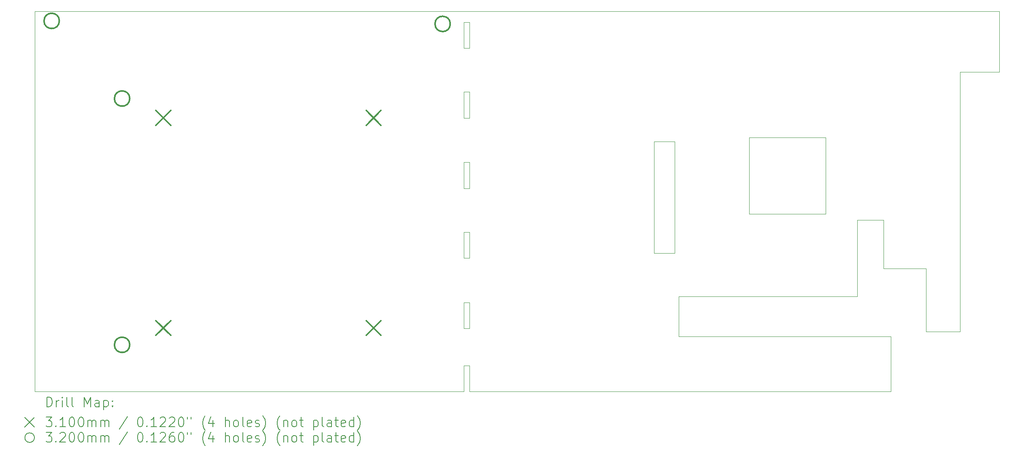
<source format=gbr>
%TF.GenerationSoftware,KiCad,Pcbnew,7.0.7*%
%TF.CreationDate,2024-05-21T18:04:25+02:00*%
%TF.ProjectId,PCB_IOT_SysIntel,5043425f-494f-4545-9f53-7973496e7465,rev?*%
%TF.SameCoordinates,Original*%
%TF.FileFunction,Drillmap*%
%TF.FilePolarity,Positive*%
%FSLAX45Y45*%
G04 Gerber Fmt 4.5, Leading zero omitted, Abs format (unit mm)*
G04 Created by KiCad (PCBNEW 7.0.7) date 2024-05-21 18:04:25*
%MOMM*%
%LPD*%
G01*
G04 APERTURE LIST*
%ADD10C,0.100000*%
%ADD11C,0.200000*%
%ADD12C,0.310000*%
%ADD13C,0.320000*%
G04 APERTURE END LIST*
D10*
X19939000Y-13982700D02*
X19939000Y-12827000D01*
X11125200Y-13982700D02*
X19939000Y-13982700D01*
X15506700Y-12827000D02*
X15506700Y-11988800D01*
X19939000Y-12827000D02*
X15506700Y-12827000D01*
X21386800Y-6019800D02*
X11023600Y-6019800D01*
X11010900Y-10642600D02*
X11125200Y-10642600D01*
X10960100Y-6019800D02*
X11023600Y-6019800D01*
X20675600Y-12725400D02*
X20675600Y-11404600D01*
X11010900Y-8255000D02*
X11010900Y-7708900D01*
X21386800Y-12725400D02*
X21386800Y-12560300D01*
X11125200Y-12115800D02*
X11125200Y-12661900D01*
X2032000Y-6019800D02*
X2032000Y-13982700D01*
X19240500Y-11988800D02*
X15506700Y-11988800D01*
X21386800Y-7366000D02*
X21386800Y-7289800D01*
X20675600Y-12725400D02*
X21386800Y-12725400D01*
X11010900Y-13436600D02*
X11125200Y-13436600D01*
X19786600Y-11404600D02*
X19786600Y-10388600D01*
X20675600Y-11404600D02*
X20345400Y-11404600D01*
X2032000Y-13982700D02*
X11010900Y-13982700D01*
X11125200Y-12661900D02*
X11010900Y-12661900D01*
X22212300Y-7289800D02*
X22212300Y-6019800D01*
X21386800Y-6019800D02*
X22212300Y-6019800D01*
X11125200Y-7708900D02*
X11125200Y-8255000D01*
X11125200Y-11188700D02*
X11010900Y-11188700D01*
X19672300Y-10388600D02*
X19240500Y-10388600D01*
X11010900Y-6794500D02*
X11010900Y-6248400D01*
X19240500Y-10388600D02*
X19240500Y-11988800D01*
X21386800Y-7366000D02*
X21386800Y-12484100D01*
X16979900Y-8661400D02*
X18580100Y-8661400D01*
X18580100Y-10261600D01*
X16979900Y-10261600D01*
X16979900Y-8661400D01*
X11010900Y-13982700D02*
X11010900Y-13436600D01*
X11010900Y-6248400D02*
X11125200Y-6248400D01*
X19672300Y-10388600D02*
X19786600Y-10388600D01*
X21386800Y-12560300D02*
X21386800Y-12484100D01*
X10960100Y-6019800D02*
X2032000Y-6019800D01*
X11125200Y-10642600D02*
X11125200Y-11188700D01*
X11125200Y-9182100D02*
X11125200Y-9728200D01*
X11010900Y-9182100D02*
X11125200Y-9182100D01*
X11010900Y-12661900D02*
X11010900Y-12115800D01*
X19786600Y-11404600D02*
X20345400Y-11404600D01*
X11125200Y-8255000D02*
X11010900Y-8255000D01*
X11125200Y-6248400D02*
X11125200Y-6794500D01*
X11125200Y-13436600D02*
X11125200Y-13982700D01*
X11010900Y-9728200D02*
X11010900Y-9182100D01*
X14986000Y-8750300D02*
X15417800Y-8750300D01*
X15417800Y-11087100D01*
X14986000Y-11087100D01*
X14986000Y-8750300D01*
X11010900Y-12115800D02*
X11125200Y-12115800D01*
X11125200Y-6794500D02*
X11010900Y-6794500D01*
X22212300Y-7289800D02*
X21386800Y-7289800D01*
X11010900Y-7708900D02*
X11125200Y-7708900D01*
X11125200Y-9728200D02*
X11010900Y-9728200D01*
X11010900Y-11188700D02*
X11010900Y-10642600D01*
D11*
D12*
X4566500Y-8097100D02*
X4876500Y-8407100D01*
X4876500Y-8097100D02*
X4566500Y-8407100D01*
X4566500Y-12497100D02*
X4876500Y-12807100D01*
X4876500Y-12497100D02*
X4566500Y-12807100D01*
X8966500Y-8097100D02*
X9276500Y-8407100D01*
X9276500Y-8097100D02*
X8966500Y-8407100D01*
X8966500Y-12497100D02*
X9276500Y-12807100D01*
X9276500Y-12497100D02*
X8966500Y-12807100D01*
D13*
X2547600Y-6223000D02*
G75*
G03*
X2547600Y-6223000I-160000J0D01*
G01*
X4020800Y-7848600D02*
G75*
G03*
X4020800Y-7848600I-160000J0D01*
G01*
X4020800Y-13004800D02*
G75*
G03*
X4020800Y-13004800I-160000J0D01*
G01*
X10726400Y-6286500D02*
G75*
G03*
X10726400Y-6286500I-160000J0D01*
G01*
D11*
X2287777Y-14299184D02*
X2287777Y-14099184D01*
X2287777Y-14099184D02*
X2335396Y-14099184D01*
X2335396Y-14099184D02*
X2363967Y-14108708D01*
X2363967Y-14108708D02*
X2383015Y-14127755D01*
X2383015Y-14127755D02*
X2392539Y-14146803D01*
X2392539Y-14146803D02*
X2402063Y-14184898D01*
X2402063Y-14184898D02*
X2402063Y-14213469D01*
X2402063Y-14213469D02*
X2392539Y-14251565D01*
X2392539Y-14251565D02*
X2383015Y-14270612D01*
X2383015Y-14270612D02*
X2363967Y-14289660D01*
X2363967Y-14289660D02*
X2335396Y-14299184D01*
X2335396Y-14299184D02*
X2287777Y-14299184D01*
X2487777Y-14299184D02*
X2487777Y-14165850D01*
X2487777Y-14203946D02*
X2497301Y-14184898D01*
X2497301Y-14184898D02*
X2506824Y-14175374D01*
X2506824Y-14175374D02*
X2525872Y-14165850D01*
X2525872Y-14165850D02*
X2544920Y-14165850D01*
X2611586Y-14299184D02*
X2611586Y-14165850D01*
X2611586Y-14099184D02*
X2602063Y-14108708D01*
X2602063Y-14108708D02*
X2611586Y-14118231D01*
X2611586Y-14118231D02*
X2621110Y-14108708D01*
X2621110Y-14108708D02*
X2611586Y-14099184D01*
X2611586Y-14099184D02*
X2611586Y-14118231D01*
X2735396Y-14299184D02*
X2716348Y-14289660D01*
X2716348Y-14289660D02*
X2706824Y-14270612D01*
X2706824Y-14270612D02*
X2706824Y-14099184D01*
X2840158Y-14299184D02*
X2821110Y-14289660D01*
X2821110Y-14289660D02*
X2811586Y-14270612D01*
X2811586Y-14270612D02*
X2811586Y-14099184D01*
X3068729Y-14299184D02*
X3068729Y-14099184D01*
X3068729Y-14099184D02*
X3135396Y-14242041D01*
X3135396Y-14242041D02*
X3202062Y-14099184D01*
X3202062Y-14099184D02*
X3202062Y-14299184D01*
X3383015Y-14299184D02*
X3383015Y-14194422D01*
X3383015Y-14194422D02*
X3373491Y-14175374D01*
X3373491Y-14175374D02*
X3354443Y-14165850D01*
X3354443Y-14165850D02*
X3316348Y-14165850D01*
X3316348Y-14165850D02*
X3297301Y-14175374D01*
X3383015Y-14289660D02*
X3363967Y-14299184D01*
X3363967Y-14299184D02*
X3316348Y-14299184D01*
X3316348Y-14299184D02*
X3297301Y-14289660D01*
X3297301Y-14289660D02*
X3287777Y-14270612D01*
X3287777Y-14270612D02*
X3287777Y-14251565D01*
X3287777Y-14251565D02*
X3297301Y-14232517D01*
X3297301Y-14232517D02*
X3316348Y-14222993D01*
X3316348Y-14222993D02*
X3363967Y-14222993D01*
X3363967Y-14222993D02*
X3383015Y-14213469D01*
X3478253Y-14165850D02*
X3478253Y-14365850D01*
X3478253Y-14175374D02*
X3497301Y-14165850D01*
X3497301Y-14165850D02*
X3535396Y-14165850D01*
X3535396Y-14165850D02*
X3554443Y-14175374D01*
X3554443Y-14175374D02*
X3563967Y-14184898D01*
X3563967Y-14184898D02*
X3573491Y-14203946D01*
X3573491Y-14203946D02*
X3573491Y-14261088D01*
X3573491Y-14261088D02*
X3563967Y-14280136D01*
X3563967Y-14280136D02*
X3554443Y-14289660D01*
X3554443Y-14289660D02*
X3535396Y-14299184D01*
X3535396Y-14299184D02*
X3497301Y-14299184D01*
X3497301Y-14299184D02*
X3478253Y-14289660D01*
X3659205Y-14280136D02*
X3668729Y-14289660D01*
X3668729Y-14289660D02*
X3659205Y-14299184D01*
X3659205Y-14299184D02*
X3649682Y-14289660D01*
X3649682Y-14289660D02*
X3659205Y-14280136D01*
X3659205Y-14280136D02*
X3659205Y-14299184D01*
X3659205Y-14175374D02*
X3668729Y-14184898D01*
X3668729Y-14184898D02*
X3659205Y-14194422D01*
X3659205Y-14194422D02*
X3649682Y-14184898D01*
X3649682Y-14184898D02*
X3659205Y-14175374D01*
X3659205Y-14175374D02*
X3659205Y-14194422D01*
X1827000Y-14527700D02*
X2027000Y-14727700D01*
X2027000Y-14527700D02*
X1827000Y-14727700D01*
X2268729Y-14519184D02*
X2392539Y-14519184D01*
X2392539Y-14519184D02*
X2325872Y-14595374D01*
X2325872Y-14595374D02*
X2354444Y-14595374D01*
X2354444Y-14595374D02*
X2373491Y-14604898D01*
X2373491Y-14604898D02*
X2383015Y-14614422D01*
X2383015Y-14614422D02*
X2392539Y-14633469D01*
X2392539Y-14633469D02*
X2392539Y-14681088D01*
X2392539Y-14681088D02*
X2383015Y-14700136D01*
X2383015Y-14700136D02*
X2373491Y-14709660D01*
X2373491Y-14709660D02*
X2354444Y-14719184D01*
X2354444Y-14719184D02*
X2297301Y-14719184D01*
X2297301Y-14719184D02*
X2278253Y-14709660D01*
X2278253Y-14709660D02*
X2268729Y-14700136D01*
X2478253Y-14700136D02*
X2487777Y-14709660D01*
X2487777Y-14709660D02*
X2478253Y-14719184D01*
X2478253Y-14719184D02*
X2468729Y-14709660D01*
X2468729Y-14709660D02*
X2478253Y-14700136D01*
X2478253Y-14700136D02*
X2478253Y-14719184D01*
X2678253Y-14719184D02*
X2563967Y-14719184D01*
X2621110Y-14719184D02*
X2621110Y-14519184D01*
X2621110Y-14519184D02*
X2602063Y-14547755D01*
X2602063Y-14547755D02*
X2583015Y-14566803D01*
X2583015Y-14566803D02*
X2563967Y-14576327D01*
X2802062Y-14519184D02*
X2821110Y-14519184D01*
X2821110Y-14519184D02*
X2840158Y-14528708D01*
X2840158Y-14528708D02*
X2849682Y-14538231D01*
X2849682Y-14538231D02*
X2859205Y-14557279D01*
X2859205Y-14557279D02*
X2868729Y-14595374D01*
X2868729Y-14595374D02*
X2868729Y-14642993D01*
X2868729Y-14642993D02*
X2859205Y-14681088D01*
X2859205Y-14681088D02*
X2849682Y-14700136D01*
X2849682Y-14700136D02*
X2840158Y-14709660D01*
X2840158Y-14709660D02*
X2821110Y-14719184D01*
X2821110Y-14719184D02*
X2802062Y-14719184D01*
X2802062Y-14719184D02*
X2783015Y-14709660D01*
X2783015Y-14709660D02*
X2773491Y-14700136D01*
X2773491Y-14700136D02*
X2763967Y-14681088D01*
X2763967Y-14681088D02*
X2754444Y-14642993D01*
X2754444Y-14642993D02*
X2754444Y-14595374D01*
X2754444Y-14595374D02*
X2763967Y-14557279D01*
X2763967Y-14557279D02*
X2773491Y-14538231D01*
X2773491Y-14538231D02*
X2783015Y-14528708D01*
X2783015Y-14528708D02*
X2802062Y-14519184D01*
X2992539Y-14519184D02*
X3011586Y-14519184D01*
X3011586Y-14519184D02*
X3030634Y-14528708D01*
X3030634Y-14528708D02*
X3040158Y-14538231D01*
X3040158Y-14538231D02*
X3049682Y-14557279D01*
X3049682Y-14557279D02*
X3059205Y-14595374D01*
X3059205Y-14595374D02*
X3059205Y-14642993D01*
X3059205Y-14642993D02*
X3049682Y-14681088D01*
X3049682Y-14681088D02*
X3040158Y-14700136D01*
X3040158Y-14700136D02*
X3030634Y-14709660D01*
X3030634Y-14709660D02*
X3011586Y-14719184D01*
X3011586Y-14719184D02*
X2992539Y-14719184D01*
X2992539Y-14719184D02*
X2973491Y-14709660D01*
X2973491Y-14709660D02*
X2963967Y-14700136D01*
X2963967Y-14700136D02*
X2954443Y-14681088D01*
X2954443Y-14681088D02*
X2944920Y-14642993D01*
X2944920Y-14642993D02*
X2944920Y-14595374D01*
X2944920Y-14595374D02*
X2954443Y-14557279D01*
X2954443Y-14557279D02*
X2963967Y-14538231D01*
X2963967Y-14538231D02*
X2973491Y-14528708D01*
X2973491Y-14528708D02*
X2992539Y-14519184D01*
X3144920Y-14719184D02*
X3144920Y-14585850D01*
X3144920Y-14604898D02*
X3154443Y-14595374D01*
X3154443Y-14595374D02*
X3173491Y-14585850D01*
X3173491Y-14585850D02*
X3202063Y-14585850D01*
X3202063Y-14585850D02*
X3221110Y-14595374D01*
X3221110Y-14595374D02*
X3230634Y-14614422D01*
X3230634Y-14614422D02*
X3230634Y-14719184D01*
X3230634Y-14614422D02*
X3240158Y-14595374D01*
X3240158Y-14595374D02*
X3259205Y-14585850D01*
X3259205Y-14585850D02*
X3287777Y-14585850D01*
X3287777Y-14585850D02*
X3306824Y-14595374D01*
X3306824Y-14595374D02*
X3316348Y-14614422D01*
X3316348Y-14614422D02*
X3316348Y-14719184D01*
X3411586Y-14719184D02*
X3411586Y-14585850D01*
X3411586Y-14604898D02*
X3421110Y-14595374D01*
X3421110Y-14595374D02*
X3440158Y-14585850D01*
X3440158Y-14585850D02*
X3468729Y-14585850D01*
X3468729Y-14585850D02*
X3487777Y-14595374D01*
X3487777Y-14595374D02*
X3497301Y-14614422D01*
X3497301Y-14614422D02*
X3497301Y-14719184D01*
X3497301Y-14614422D02*
X3506824Y-14595374D01*
X3506824Y-14595374D02*
X3525872Y-14585850D01*
X3525872Y-14585850D02*
X3554443Y-14585850D01*
X3554443Y-14585850D02*
X3573491Y-14595374D01*
X3573491Y-14595374D02*
X3583015Y-14614422D01*
X3583015Y-14614422D02*
X3583015Y-14719184D01*
X3973491Y-14509660D02*
X3802063Y-14766803D01*
X4230634Y-14519184D02*
X4249682Y-14519184D01*
X4249682Y-14519184D02*
X4268729Y-14528708D01*
X4268729Y-14528708D02*
X4278253Y-14538231D01*
X4278253Y-14538231D02*
X4287777Y-14557279D01*
X4287777Y-14557279D02*
X4297301Y-14595374D01*
X4297301Y-14595374D02*
X4297301Y-14642993D01*
X4297301Y-14642993D02*
X4287777Y-14681088D01*
X4287777Y-14681088D02*
X4278253Y-14700136D01*
X4278253Y-14700136D02*
X4268729Y-14709660D01*
X4268729Y-14709660D02*
X4249682Y-14719184D01*
X4249682Y-14719184D02*
X4230634Y-14719184D01*
X4230634Y-14719184D02*
X4211587Y-14709660D01*
X4211587Y-14709660D02*
X4202063Y-14700136D01*
X4202063Y-14700136D02*
X4192539Y-14681088D01*
X4192539Y-14681088D02*
X4183015Y-14642993D01*
X4183015Y-14642993D02*
X4183015Y-14595374D01*
X4183015Y-14595374D02*
X4192539Y-14557279D01*
X4192539Y-14557279D02*
X4202063Y-14538231D01*
X4202063Y-14538231D02*
X4211587Y-14528708D01*
X4211587Y-14528708D02*
X4230634Y-14519184D01*
X4383015Y-14700136D02*
X4392539Y-14709660D01*
X4392539Y-14709660D02*
X4383015Y-14719184D01*
X4383015Y-14719184D02*
X4373491Y-14709660D01*
X4373491Y-14709660D02*
X4383015Y-14700136D01*
X4383015Y-14700136D02*
X4383015Y-14719184D01*
X4583015Y-14719184D02*
X4468729Y-14719184D01*
X4525872Y-14719184D02*
X4525872Y-14519184D01*
X4525872Y-14519184D02*
X4506825Y-14547755D01*
X4506825Y-14547755D02*
X4487777Y-14566803D01*
X4487777Y-14566803D02*
X4468729Y-14576327D01*
X4659206Y-14538231D02*
X4668729Y-14528708D01*
X4668729Y-14528708D02*
X4687777Y-14519184D01*
X4687777Y-14519184D02*
X4735396Y-14519184D01*
X4735396Y-14519184D02*
X4754444Y-14528708D01*
X4754444Y-14528708D02*
X4763968Y-14538231D01*
X4763968Y-14538231D02*
X4773491Y-14557279D01*
X4773491Y-14557279D02*
X4773491Y-14576327D01*
X4773491Y-14576327D02*
X4763968Y-14604898D01*
X4763968Y-14604898D02*
X4649682Y-14719184D01*
X4649682Y-14719184D02*
X4773491Y-14719184D01*
X4849682Y-14538231D02*
X4859206Y-14528708D01*
X4859206Y-14528708D02*
X4878253Y-14519184D01*
X4878253Y-14519184D02*
X4925872Y-14519184D01*
X4925872Y-14519184D02*
X4944920Y-14528708D01*
X4944920Y-14528708D02*
X4954444Y-14538231D01*
X4954444Y-14538231D02*
X4963968Y-14557279D01*
X4963968Y-14557279D02*
X4963968Y-14576327D01*
X4963968Y-14576327D02*
X4954444Y-14604898D01*
X4954444Y-14604898D02*
X4840158Y-14719184D01*
X4840158Y-14719184D02*
X4963968Y-14719184D01*
X5087777Y-14519184D02*
X5106825Y-14519184D01*
X5106825Y-14519184D02*
X5125872Y-14528708D01*
X5125872Y-14528708D02*
X5135396Y-14538231D01*
X5135396Y-14538231D02*
X5144920Y-14557279D01*
X5144920Y-14557279D02*
X5154444Y-14595374D01*
X5154444Y-14595374D02*
X5154444Y-14642993D01*
X5154444Y-14642993D02*
X5144920Y-14681088D01*
X5144920Y-14681088D02*
X5135396Y-14700136D01*
X5135396Y-14700136D02*
X5125872Y-14709660D01*
X5125872Y-14709660D02*
X5106825Y-14719184D01*
X5106825Y-14719184D02*
X5087777Y-14719184D01*
X5087777Y-14719184D02*
X5068729Y-14709660D01*
X5068729Y-14709660D02*
X5059206Y-14700136D01*
X5059206Y-14700136D02*
X5049682Y-14681088D01*
X5049682Y-14681088D02*
X5040158Y-14642993D01*
X5040158Y-14642993D02*
X5040158Y-14595374D01*
X5040158Y-14595374D02*
X5049682Y-14557279D01*
X5049682Y-14557279D02*
X5059206Y-14538231D01*
X5059206Y-14538231D02*
X5068729Y-14528708D01*
X5068729Y-14528708D02*
X5087777Y-14519184D01*
X5230634Y-14519184D02*
X5230634Y-14557279D01*
X5306825Y-14519184D02*
X5306825Y-14557279D01*
X5602063Y-14795374D02*
X5592539Y-14785850D01*
X5592539Y-14785850D02*
X5573491Y-14757279D01*
X5573491Y-14757279D02*
X5563968Y-14738231D01*
X5563968Y-14738231D02*
X5554444Y-14709660D01*
X5554444Y-14709660D02*
X5544920Y-14662041D01*
X5544920Y-14662041D02*
X5544920Y-14623946D01*
X5544920Y-14623946D02*
X5554444Y-14576327D01*
X5554444Y-14576327D02*
X5563968Y-14547755D01*
X5563968Y-14547755D02*
X5573491Y-14528708D01*
X5573491Y-14528708D02*
X5592539Y-14500136D01*
X5592539Y-14500136D02*
X5602063Y-14490612D01*
X5763968Y-14585850D02*
X5763968Y-14719184D01*
X5716348Y-14509660D02*
X5668729Y-14652517D01*
X5668729Y-14652517D02*
X5792539Y-14652517D01*
X6021110Y-14719184D02*
X6021110Y-14519184D01*
X6106825Y-14719184D02*
X6106825Y-14614422D01*
X6106825Y-14614422D02*
X6097301Y-14595374D01*
X6097301Y-14595374D02*
X6078253Y-14585850D01*
X6078253Y-14585850D02*
X6049682Y-14585850D01*
X6049682Y-14585850D02*
X6030634Y-14595374D01*
X6030634Y-14595374D02*
X6021110Y-14604898D01*
X6230634Y-14719184D02*
X6211587Y-14709660D01*
X6211587Y-14709660D02*
X6202063Y-14700136D01*
X6202063Y-14700136D02*
X6192539Y-14681088D01*
X6192539Y-14681088D02*
X6192539Y-14623946D01*
X6192539Y-14623946D02*
X6202063Y-14604898D01*
X6202063Y-14604898D02*
X6211587Y-14595374D01*
X6211587Y-14595374D02*
X6230634Y-14585850D01*
X6230634Y-14585850D02*
X6259206Y-14585850D01*
X6259206Y-14585850D02*
X6278253Y-14595374D01*
X6278253Y-14595374D02*
X6287777Y-14604898D01*
X6287777Y-14604898D02*
X6297301Y-14623946D01*
X6297301Y-14623946D02*
X6297301Y-14681088D01*
X6297301Y-14681088D02*
X6287777Y-14700136D01*
X6287777Y-14700136D02*
X6278253Y-14709660D01*
X6278253Y-14709660D02*
X6259206Y-14719184D01*
X6259206Y-14719184D02*
X6230634Y-14719184D01*
X6411587Y-14719184D02*
X6392539Y-14709660D01*
X6392539Y-14709660D02*
X6383015Y-14690612D01*
X6383015Y-14690612D02*
X6383015Y-14519184D01*
X6563968Y-14709660D02*
X6544920Y-14719184D01*
X6544920Y-14719184D02*
X6506825Y-14719184D01*
X6506825Y-14719184D02*
X6487777Y-14709660D01*
X6487777Y-14709660D02*
X6478253Y-14690612D01*
X6478253Y-14690612D02*
X6478253Y-14614422D01*
X6478253Y-14614422D02*
X6487777Y-14595374D01*
X6487777Y-14595374D02*
X6506825Y-14585850D01*
X6506825Y-14585850D02*
X6544920Y-14585850D01*
X6544920Y-14585850D02*
X6563968Y-14595374D01*
X6563968Y-14595374D02*
X6573491Y-14614422D01*
X6573491Y-14614422D02*
X6573491Y-14633469D01*
X6573491Y-14633469D02*
X6478253Y-14652517D01*
X6649682Y-14709660D02*
X6668730Y-14719184D01*
X6668730Y-14719184D02*
X6706825Y-14719184D01*
X6706825Y-14719184D02*
X6725872Y-14709660D01*
X6725872Y-14709660D02*
X6735396Y-14690612D01*
X6735396Y-14690612D02*
X6735396Y-14681088D01*
X6735396Y-14681088D02*
X6725872Y-14662041D01*
X6725872Y-14662041D02*
X6706825Y-14652517D01*
X6706825Y-14652517D02*
X6678253Y-14652517D01*
X6678253Y-14652517D02*
X6659206Y-14642993D01*
X6659206Y-14642993D02*
X6649682Y-14623946D01*
X6649682Y-14623946D02*
X6649682Y-14614422D01*
X6649682Y-14614422D02*
X6659206Y-14595374D01*
X6659206Y-14595374D02*
X6678253Y-14585850D01*
X6678253Y-14585850D02*
X6706825Y-14585850D01*
X6706825Y-14585850D02*
X6725872Y-14595374D01*
X6802063Y-14795374D02*
X6811587Y-14785850D01*
X6811587Y-14785850D02*
X6830634Y-14757279D01*
X6830634Y-14757279D02*
X6840158Y-14738231D01*
X6840158Y-14738231D02*
X6849682Y-14709660D01*
X6849682Y-14709660D02*
X6859206Y-14662041D01*
X6859206Y-14662041D02*
X6859206Y-14623946D01*
X6859206Y-14623946D02*
X6849682Y-14576327D01*
X6849682Y-14576327D02*
X6840158Y-14547755D01*
X6840158Y-14547755D02*
X6830634Y-14528708D01*
X6830634Y-14528708D02*
X6811587Y-14500136D01*
X6811587Y-14500136D02*
X6802063Y-14490612D01*
X7163968Y-14795374D02*
X7154444Y-14785850D01*
X7154444Y-14785850D02*
X7135396Y-14757279D01*
X7135396Y-14757279D02*
X7125872Y-14738231D01*
X7125872Y-14738231D02*
X7116349Y-14709660D01*
X7116349Y-14709660D02*
X7106825Y-14662041D01*
X7106825Y-14662041D02*
X7106825Y-14623946D01*
X7106825Y-14623946D02*
X7116349Y-14576327D01*
X7116349Y-14576327D02*
X7125872Y-14547755D01*
X7125872Y-14547755D02*
X7135396Y-14528708D01*
X7135396Y-14528708D02*
X7154444Y-14500136D01*
X7154444Y-14500136D02*
X7163968Y-14490612D01*
X7240158Y-14585850D02*
X7240158Y-14719184D01*
X7240158Y-14604898D02*
X7249682Y-14595374D01*
X7249682Y-14595374D02*
X7268730Y-14585850D01*
X7268730Y-14585850D02*
X7297301Y-14585850D01*
X7297301Y-14585850D02*
X7316349Y-14595374D01*
X7316349Y-14595374D02*
X7325872Y-14614422D01*
X7325872Y-14614422D02*
X7325872Y-14719184D01*
X7449682Y-14719184D02*
X7430634Y-14709660D01*
X7430634Y-14709660D02*
X7421111Y-14700136D01*
X7421111Y-14700136D02*
X7411587Y-14681088D01*
X7411587Y-14681088D02*
X7411587Y-14623946D01*
X7411587Y-14623946D02*
X7421111Y-14604898D01*
X7421111Y-14604898D02*
X7430634Y-14595374D01*
X7430634Y-14595374D02*
X7449682Y-14585850D01*
X7449682Y-14585850D02*
X7478253Y-14585850D01*
X7478253Y-14585850D02*
X7497301Y-14595374D01*
X7497301Y-14595374D02*
X7506825Y-14604898D01*
X7506825Y-14604898D02*
X7516349Y-14623946D01*
X7516349Y-14623946D02*
X7516349Y-14681088D01*
X7516349Y-14681088D02*
X7506825Y-14700136D01*
X7506825Y-14700136D02*
X7497301Y-14709660D01*
X7497301Y-14709660D02*
X7478253Y-14719184D01*
X7478253Y-14719184D02*
X7449682Y-14719184D01*
X7573492Y-14585850D02*
X7649682Y-14585850D01*
X7602063Y-14519184D02*
X7602063Y-14690612D01*
X7602063Y-14690612D02*
X7611587Y-14709660D01*
X7611587Y-14709660D02*
X7630634Y-14719184D01*
X7630634Y-14719184D02*
X7649682Y-14719184D01*
X7868730Y-14585850D02*
X7868730Y-14785850D01*
X7868730Y-14595374D02*
X7887777Y-14585850D01*
X7887777Y-14585850D02*
X7925873Y-14585850D01*
X7925873Y-14585850D02*
X7944920Y-14595374D01*
X7944920Y-14595374D02*
X7954444Y-14604898D01*
X7954444Y-14604898D02*
X7963968Y-14623946D01*
X7963968Y-14623946D02*
X7963968Y-14681088D01*
X7963968Y-14681088D02*
X7954444Y-14700136D01*
X7954444Y-14700136D02*
X7944920Y-14709660D01*
X7944920Y-14709660D02*
X7925873Y-14719184D01*
X7925873Y-14719184D02*
X7887777Y-14719184D01*
X7887777Y-14719184D02*
X7868730Y-14709660D01*
X8078253Y-14719184D02*
X8059206Y-14709660D01*
X8059206Y-14709660D02*
X8049682Y-14690612D01*
X8049682Y-14690612D02*
X8049682Y-14519184D01*
X8240158Y-14719184D02*
X8240158Y-14614422D01*
X8240158Y-14614422D02*
X8230634Y-14595374D01*
X8230634Y-14595374D02*
X8211587Y-14585850D01*
X8211587Y-14585850D02*
X8173492Y-14585850D01*
X8173492Y-14585850D02*
X8154444Y-14595374D01*
X8240158Y-14709660D02*
X8221111Y-14719184D01*
X8221111Y-14719184D02*
X8173492Y-14719184D01*
X8173492Y-14719184D02*
X8154444Y-14709660D01*
X8154444Y-14709660D02*
X8144920Y-14690612D01*
X8144920Y-14690612D02*
X8144920Y-14671565D01*
X8144920Y-14671565D02*
X8154444Y-14652517D01*
X8154444Y-14652517D02*
X8173492Y-14642993D01*
X8173492Y-14642993D02*
X8221111Y-14642993D01*
X8221111Y-14642993D02*
X8240158Y-14633469D01*
X8306825Y-14585850D02*
X8383015Y-14585850D01*
X8335396Y-14519184D02*
X8335396Y-14690612D01*
X8335396Y-14690612D02*
X8344920Y-14709660D01*
X8344920Y-14709660D02*
X8363968Y-14719184D01*
X8363968Y-14719184D02*
X8383015Y-14719184D01*
X8525873Y-14709660D02*
X8506825Y-14719184D01*
X8506825Y-14719184D02*
X8468730Y-14719184D01*
X8468730Y-14719184D02*
X8449682Y-14709660D01*
X8449682Y-14709660D02*
X8440158Y-14690612D01*
X8440158Y-14690612D02*
X8440158Y-14614422D01*
X8440158Y-14614422D02*
X8449682Y-14595374D01*
X8449682Y-14595374D02*
X8468730Y-14585850D01*
X8468730Y-14585850D02*
X8506825Y-14585850D01*
X8506825Y-14585850D02*
X8525873Y-14595374D01*
X8525873Y-14595374D02*
X8535396Y-14614422D01*
X8535396Y-14614422D02*
X8535396Y-14633469D01*
X8535396Y-14633469D02*
X8440158Y-14652517D01*
X8706825Y-14719184D02*
X8706825Y-14519184D01*
X8706825Y-14709660D02*
X8687777Y-14719184D01*
X8687777Y-14719184D02*
X8649682Y-14719184D01*
X8649682Y-14719184D02*
X8630635Y-14709660D01*
X8630635Y-14709660D02*
X8621111Y-14700136D01*
X8621111Y-14700136D02*
X8611587Y-14681088D01*
X8611587Y-14681088D02*
X8611587Y-14623946D01*
X8611587Y-14623946D02*
X8621111Y-14604898D01*
X8621111Y-14604898D02*
X8630635Y-14595374D01*
X8630635Y-14595374D02*
X8649682Y-14585850D01*
X8649682Y-14585850D02*
X8687777Y-14585850D01*
X8687777Y-14585850D02*
X8706825Y-14595374D01*
X8783016Y-14795374D02*
X8792539Y-14785850D01*
X8792539Y-14785850D02*
X8811587Y-14757279D01*
X8811587Y-14757279D02*
X8821111Y-14738231D01*
X8821111Y-14738231D02*
X8830635Y-14709660D01*
X8830635Y-14709660D02*
X8840158Y-14662041D01*
X8840158Y-14662041D02*
X8840158Y-14623946D01*
X8840158Y-14623946D02*
X8830635Y-14576327D01*
X8830635Y-14576327D02*
X8821111Y-14547755D01*
X8821111Y-14547755D02*
X8811587Y-14528708D01*
X8811587Y-14528708D02*
X8792539Y-14500136D01*
X8792539Y-14500136D02*
X8783016Y-14490612D01*
X2027000Y-14947700D02*
G75*
G03*
X2027000Y-14947700I-100000J0D01*
G01*
X2268729Y-14839184D02*
X2392539Y-14839184D01*
X2392539Y-14839184D02*
X2325872Y-14915374D01*
X2325872Y-14915374D02*
X2354444Y-14915374D01*
X2354444Y-14915374D02*
X2373491Y-14924898D01*
X2373491Y-14924898D02*
X2383015Y-14934422D01*
X2383015Y-14934422D02*
X2392539Y-14953469D01*
X2392539Y-14953469D02*
X2392539Y-15001088D01*
X2392539Y-15001088D02*
X2383015Y-15020136D01*
X2383015Y-15020136D02*
X2373491Y-15029660D01*
X2373491Y-15029660D02*
X2354444Y-15039184D01*
X2354444Y-15039184D02*
X2297301Y-15039184D01*
X2297301Y-15039184D02*
X2278253Y-15029660D01*
X2278253Y-15029660D02*
X2268729Y-15020136D01*
X2478253Y-15020136D02*
X2487777Y-15029660D01*
X2487777Y-15029660D02*
X2478253Y-15039184D01*
X2478253Y-15039184D02*
X2468729Y-15029660D01*
X2468729Y-15029660D02*
X2478253Y-15020136D01*
X2478253Y-15020136D02*
X2478253Y-15039184D01*
X2563967Y-14858231D02*
X2573491Y-14848708D01*
X2573491Y-14848708D02*
X2592539Y-14839184D01*
X2592539Y-14839184D02*
X2640158Y-14839184D01*
X2640158Y-14839184D02*
X2659205Y-14848708D01*
X2659205Y-14848708D02*
X2668729Y-14858231D01*
X2668729Y-14858231D02*
X2678253Y-14877279D01*
X2678253Y-14877279D02*
X2678253Y-14896327D01*
X2678253Y-14896327D02*
X2668729Y-14924898D01*
X2668729Y-14924898D02*
X2554444Y-15039184D01*
X2554444Y-15039184D02*
X2678253Y-15039184D01*
X2802062Y-14839184D02*
X2821110Y-14839184D01*
X2821110Y-14839184D02*
X2840158Y-14848708D01*
X2840158Y-14848708D02*
X2849682Y-14858231D01*
X2849682Y-14858231D02*
X2859205Y-14877279D01*
X2859205Y-14877279D02*
X2868729Y-14915374D01*
X2868729Y-14915374D02*
X2868729Y-14962993D01*
X2868729Y-14962993D02*
X2859205Y-15001088D01*
X2859205Y-15001088D02*
X2849682Y-15020136D01*
X2849682Y-15020136D02*
X2840158Y-15029660D01*
X2840158Y-15029660D02*
X2821110Y-15039184D01*
X2821110Y-15039184D02*
X2802062Y-15039184D01*
X2802062Y-15039184D02*
X2783015Y-15029660D01*
X2783015Y-15029660D02*
X2773491Y-15020136D01*
X2773491Y-15020136D02*
X2763967Y-15001088D01*
X2763967Y-15001088D02*
X2754444Y-14962993D01*
X2754444Y-14962993D02*
X2754444Y-14915374D01*
X2754444Y-14915374D02*
X2763967Y-14877279D01*
X2763967Y-14877279D02*
X2773491Y-14858231D01*
X2773491Y-14858231D02*
X2783015Y-14848708D01*
X2783015Y-14848708D02*
X2802062Y-14839184D01*
X2992539Y-14839184D02*
X3011586Y-14839184D01*
X3011586Y-14839184D02*
X3030634Y-14848708D01*
X3030634Y-14848708D02*
X3040158Y-14858231D01*
X3040158Y-14858231D02*
X3049682Y-14877279D01*
X3049682Y-14877279D02*
X3059205Y-14915374D01*
X3059205Y-14915374D02*
X3059205Y-14962993D01*
X3059205Y-14962993D02*
X3049682Y-15001088D01*
X3049682Y-15001088D02*
X3040158Y-15020136D01*
X3040158Y-15020136D02*
X3030634Y-15029660D01*
X3030634Y-15029660D02*
X3011586Y-15039184D01*
X3011586Y-15039184D02*
X2992539Y-15039184D01*
X2992539Y-15039184D02*
X2973491Y-15029660D01*
X2973491Y-15029660D02*
X2963967Y-15020136D01*
X2963967Y-15020136D02*
X2954443Y-15001088D01*
X2954443Y-15001088D02*
X2944920Y-14962993D01*
X2944920Y-14962993D02*
X2944920Y-14915374D01*
X2944920Y-14915374D02*
X2954443Y-14877279D01*
X2954443Y-14877279D02*
X2963967Y-14858231D01*
X2963967Y-14858231D02*
X2973491Y-14848708D01*
X2973491Y-14848708D02*
X2992539Y-14839184D01*
X3144920Y-15039184D02*
X3144920Y-14905850D01*
X3144920Y-14924898D02*
X3154443Y-14915374D01*
X3154443Y-14915374D02*
X3173491Y-14905850D01*
X3173491Y-14905850D02*
X3202063Y-14905850D01*
X3202063Y-14905850D02*
X3221110Y-14915374D01*
X3221110Y-14915374D02*
X3230634Y-14934422D01*
X3230634Y-14934422D02*
X3230634Y-15039184D01*
X3230634Y-14934422D02*
X3240158Y-14915374D01*
X3240158Y-14915374D02*
X3259205Y-14905850D01*
X3259205Y-14905850D02*
X3287777Y-14905850D01*
X3287777Y-14905850D02*
X3306824Y-14915374D01*
X3306824Y-14915374D02*
X3316348Y-14934422D01*
X3316348Y-14934422D02*
X3316348Y-15039184D01*
X3411586Y-15039184D02*
X3411586Y-14905850D01*
X3411586Y-14924898D02*
X3421110Y-14915374D01*
X3421110Y-14915374D02*
X3440158Y-14905850D01*
X3440158Y-14905850D02*
X3468729Y-14905850D01*
X3468729Y-14905850D02*
X3487777Y-14915374D01*
X3487777Y-14915374D02*
X3497301Y-14934422D01*
X3497301Y-14934422D02*
X3497301Y-15039184D01*
X3497301Y-14934422D02*
X3506824Y-14915374D01*
X3506824Y-14915374D02*
X3525872Y-14905850D01*
X3525872Y-14905850D02*
X3554443Y-14905850D01*
X3554443Y-14905850D02*
X3573491Y-14915374D01*
X3573491Y-14915374D02*
X3583015Y-14934422D01*
X3583015Y-14934422D02*
X3583015Y-15039184D01*
X3973491Y-14829660D02*
X3802063Y-15086803D01*
X4230634Y-14839184D02*
X4249682Y-14839184D01*
X4249682Y-14839184D02*
X4268729Y-14848708D01*
X4268729Y-14848708D02*
X4278253Y-14858231D01*
X4278253Y-14858231D02*
X4287777Y-14877279D01*
X4287777Y-14877279D02*
X4297301Y-14915374D01*
X4297301Y-14915374D02*
X4297301Y-14962993D01*
X4297301Y-14962993D02*
X4287777Y-15001088D01*
X4287777Y-15001088D02*
X4278253Y-15020136D01*
X4278253Y-15020136D02*
X4268729Y-15029660D01*
X4268729Y-15029660D02*
X4249682Y-15039184D01*
X4249682Y-15039184D02*
X4230634Y-15039184D01*
X4230634Y-15039184D02*
X4211587Y-15029660D01*
X4211587Y-15029660D02*
X4202063Y-15020136D01*
X4202063Y-15020136D02*
X4192539Y-15001088D01*
X4192539Y-15001088D02*
X4183015Y-14962993D01*
X4183015Y-14962993D02*
X4183015Y-14915374D01*
X4183015Y-14915374D02*
X4192539Y-14877279D01*
X4192539Y-14877279D02*
X4202063Y-14858231D01*
X4202063Y-14858231D02*
X4211587Y-14848708D01*
X4211587Y-14848708D02*
X4230634Y-14839184D01*
X4383015Y-15020136D02*
X4392539Y-15029660D01*
X4392539Y-15029660D02*
X4383015Y-15039184D01*
X4383015Y-15039184D02*
X4373491Y-15029660D01*
X4373491Y-15029660D02*
X4383015Y-15020136D01*
X4383015Y-15020136D02*
X4383015Y-15039184D01*
X4583015Y-15039184D02*
X4468729Y-15039184D01*
X4525872Y-15039184D02*
X4525872Y-14839184D01*
X4525872Y-14839184D02*
X4506825Y-14867755D01*
X4506825Y-14867755D02*
X4487777Y-14886803D01*
X4487777Y-14886803D02*
X4468729Y-14896327D01*
X4659206Y-14858231D02*
X4668729Y-14848708D01*
X4668729Y-14848708D02*
X4687777Y-14839184D01*
X4687777Y-14839184D02*
X4735396Y-14839184D01*
X4735396Y-14839184D02*
X4754444Y-14848708D01*
X4754444Y-14848708D02*
X4763968Y-14858231D01*
X4763968Y-14858231D02*
X4773491Y-14877279D01*
X4773491Y-14877279D02*
X4773491Y-14896327D01*
X4773491Y-14896327D02*
X4763968Y-14924898D01*
X4763968Y-14924898D02*
X4649682Y-15039184D01*
X4649682Y-15039184D02*
X4773491Y-15039184D01*
X4944920Y-14839184D02*
X4906825Y-14839184D01*
X4906825Y-14839184D02*
X4887777Y-14848708D01*
X4887777Y-14848708D02*
X4878253Y-14858231D01*
X4878253Y-14858231D02*
X4859206Y-14886803D01*
X4859206Y-14886803D02*
X4849682Y-14924898D01*
X4849682Y-14924898D02*
X4849682Y-15001088D01*
X4849682Y-15001088D02*
X4859206Y-15020136D01*
X4859206Y-15020136D02*
X4868729Y-15029660D01*
X4868729Y-15029660D02*
X4887777Y-15039184D01*
X4887777Y-15039184D02*
X4925872Y-15039184D01*
X4925872Y-15039184D02*
X4944920Y-15029660D01*
X4944920Y-15029660D02*
X4954444Y-15020136D01*
X4954444Y-15020136D02*
X4963968Y-15001088D01*
X4963968Y-15001088D02*
X4963968Y-14953469D01*
X4963968Y-14953469D02*
X4954444Y-14934422D01*
X4954444Y-14934422D02*
X4944920Y-14924898D01*
X4944920Y-14924898D02*
X4925872Y-14915374D01*
X4925872Y-14915374D02*
X4887777Y-14915374D01*
X4887777Y-14915374D02*
X4868729Y-14924898D01*
X4868729Y-14924898D02*
X4859206Y-14934422D01*
X4859206Y-14934422D02*
X4849682Y-14953469D01*
X5087777Y-14839184D02*
X5106825Y-14839184D01*
X5106825Y-14839184D02*
X5125872Y-14848708D01*
X5125872Y-14848708D02*
X5135396Y-14858231D01*
X5135396Y-14858231D02*
X5144920Y-14877279D01*
X5144920Y-14877279D02*
X5154444Y-14915374D01*
X5154444Y-14915374D02*
X5154444Y-14962993D01*
X5154444Y-14962993D02*
X5144920Y-15001088D01*
X5144920Y-15001088D02*
X5135396Y-15020136D01*
X5135396Y-15020136D02*
X5125872Y-15029660D01*
X5125872Y-15029660D02*
X5106825Y-15039184D01*
X5106825Y-15039184D02*
X5087777Y-15039184D01*
X5087777Y-15039184D02*
X5068729Y-15029660D01*
X5068729Y-15029660D02*
X5059206Y-15020136D01*
X5059206Y-15020136D02*
X5049682Y-15001088D01*
X5049682Y-15001088D02*
X5040158Y-14962993D01*
X5040158Y-14962993D02*
X5040158Y-14915374D01*
X5040158Y-14915374D02*
X5049682Y-14877279D01*
X5049682Y-14877279D02*
X5059206Y-14858231D01*
X5059206Y-14858231D02*
X5068729Y-14848708D01*
X5068729Y-14848708D02*
X5087777Y-14839184D01*
X5230634Y-14839184D02*
X5230634Y-14877279D01*
X5306825Y-14839184D02*
X5306825Y-14877279D01*
X5602063Y-15115374D02*
X5592539Y-15105850D01*
X5592539Y-15105850D02*
X5573491Y-15077279D01*
X5573491Y-15077279D02*
X5563968Y-15058231D01*
X5563968Y-15058231D02*
X5554444Y-15029660D01*
X5554444Y-15029660D02*
X5544920Y-14982041D01*
X5544920Y-14982041D02*
X5544920Y-14943946D01*
X5544920Y-14943946D02*
X5554444Y-14896327D01*
X5554444Y-14896327D02*
X5563968Y-14867755D01*
X5563968Y-14867755D02*
X5573491Y-14848708D01*
X5573491Y-14848708D02*
X5592539Y-14820136D01*
X5592539Y-14820136D02*
X5602063Y-14810612D01*
X5763968Y-14905850D02*
X5763968Y-15039184D01*
X5716348Y-14829660D02*
X5668729Y-14972517D01*
X5668729Y-14972517D02*
X5792539Y-14972517D01*
X6021110Y-15039184D02*
X6021110Y-14839184D01*
X6106825Y-15039184D02*
X6106825Y-14934422D01*
X6106825Y-14934422D02*
X6097301Y-14915374D01*
X6097301Y-14915374D02*
X6078253Y-14905850D01*
X6078253Y-14905850D02*
X6049682Y-14905850D01*
X6049682Y-14905850D02*
X6030634Y-14915374D01*
X6030634Y-14915374D02*
X6021110Y-14924898D01*
X6230634Y-15039184D02*
X6211587Y-15029660D01*
X6211587Y-15029660D02*
X6202063Y-15020136D01*
X6202063Y-15020136D02*
X6192539Y-15001088D01*
X6192539Y-15001088D02*
X6192539Y-14943946D01*
X6192539Y-14943946D02*
X6202063Y-14924898D01*
X6202063Y-14924898D02*
X6211587Y-14915374D01*
X6211587Y-14915374D02*
X6230634Y-14905850D01*
X6230634Y-14905850D02*
X6259206Y-14905850D01*
X6259206Y-14905850D02*
X6278253Y-14915374D01*
X6278253Y-14915374D02*
X6287777Y-14924898D01*
X6287777Y-14924898D02*
X6297301Y-14943946D01*
X6297301Y-14943946D02*
X6297301Y-15001088D01*
X6297301Y-15001088D02*
X6287777Y-15020136D01*
X6287777Y-15020136D02*
X6278253Y-15029660D01*
X6278253Y-15029660D02*
X6259206Y-15039184D01*
X6259206Y-15039184D02*
X6230634Y-15039184D01*
X6411587Y-15039184D02*
X6392539Y-15029660D01*
X6392539Y-15029660D02*
X6383015Y-15010612D01*
X6383015Y-15010612D02*
X6383015Y-14839184D01*
X6563968Y-15029660D02*
X6544920Y-15039184D01*
X6544920Y-15039184D02*
X6506825Y-15039184D01*
X6506825Y-15039184D02*
X6487777Y-15029660D01*
X6487777Y-15029660D02*
X6478253Y-15010612D01*
X6478253Y-15010612D02*
X6478253Y-14934422D01*
X6478253Y-14934422D02*
X6487777Y-14915374D01*
X6487777Y-14915374D02*
X6506825Y-14905850D01*
X6506825Y-14905850D02*
X6544920Y-14905850D01*
X6544920Y-14905850D02*
X6563968Y-14915374D01*
X6563968Y-14915374D02*
X6573491Y-14934422D01*
X6573491Y-14934422D02*
X6573491Y-14953469D01*
X6573491Y-14953469D02*
X6478253Y-14972517D01*
X6649682Y-15029660D02*
X6668730Y-15039184D01*
X6668730Y-15039184D02*
X6706825Y-15039184D01*
X6706825Y-15039184D02*
X6725872Y-15029660D01*
X6725872Y-15029660D02*
X6735396Y-15010612D01*
X6735396Y-15010612D02*
X6735396Y-15001088D01*
X6735396Y-15001088D02*
X6725872Y-14982041D01*
X6725872Y-14982041D02*
X6706825Y-14972517D01*
X6706825Y-14972517D02*
X6678253Y-14972517D01*
X6678253Y-14972517D02*
X6659206Y-14962993D01*
X6659206Y-14962993D02*
X6649682Y-14943946D01*
X6649682Y-14943946D02*
X6649682Y-14934422D01*
X6649682Y-14934422D02*
X6659206Y-14915374D01*
X6659206Y-14915374D02*
X6678253Y-14905850D01*
X6678253Y-14905850D02*
X6706825Y-14905850D01*
X6706825Y-14905850D02*
X6725872Y-14915374D01*
X6802063Y-15115374D02*
X6811587Y-15105850D01*
X6811587Y-15105850D02*
X6830634Y-15077279D01*
X6830634Y-15077279D02*
X6840158Y-15058231D01*
X6840158Y-15058231D02*
X6849682Y-15029660D01*
X6849682Y-15029660D02*
X6859206Y-14982041D01*
X6859206Y-14982041D02*
X6859206Y-14943946D01*
X6859206Y-14943946D02*
X6849682Y-14896327D01*
X6849682Y-14896327D02*
X6840158Y-14867755D01*
X6840158Y-14867755D02*
X6830634Y-14848708D01*
X6830634Y-14848708D02*
X6811587Y-14820136D01*
X6811587Y-14820136D02*
X6802063Y-14810612D01*
X7163968Y-15115374D02*
X7154444Y-15105850D01*
X7154444Y-15105850D02*
X7135396Y-15077279D01*
X7135396Y-15077279D02*
X7125872Y-15058231D01*
X7125872Y-15058231D02*
X7116349Y-15029660D01*
X7116349Y-15029660D02*
X7106825Y-14982041D01*
X7106825Y-14982041D02*
X7106825Y-14943946D01*
X7106825Y-14943946D02*
X7116349Y-14896327D01*
X7116349Y-14896327D02*
X7125872Y-14867755D01*
X7125872Y-14867755D02*
X7135396Y-14848708D01*
X7135396Y-14848708D02*
X7154444Y-14820136D01*
X7154444Y-14820136D02*
X7163968Y-14810612D01*
X7240158Y-14905850D02*
X7240158Y-15039184D01*
X7240158Y-14924898D02*
X7249682Y-14915374D01*
X7249682Y-14915374D02*
X7268730Y-14905850D01*
X7268730Y-14905850D02*
X7297301Y-14905850D01*
X7297301Y-14905850D02*
X7316349Y-14915374D01*
X7316349Y-14915374D02*
X7325872Y-14934422D01*
X7325872Y-14934422D02*
X7325872Y-15039184D01*
X7449682Y-15039184D02*
X7430634Y-15029660D01*
X7430634Y-15029660D02*
X7421111Y-15020136D01*
X7421111Y-15020136D02*
X7411587Y-15001088D01*
X7411587Y-15001088D02*
X7411587Y-14943946D01*
X7411587Y-14943946D02*
X7421111Y-14924898D01*
X7421111Y-14924898D02*
X7430634Y-14915374D01*
X7430634Y-14915374D02*
X7449682Y-14905850D01*
X7449682Y-14905850D02*
X7478253Y-14905850D01*
X7478253Y-14905850D02*
X7497301Y-14915374D01*
X7497301Y-14915374D02*
X7506825Y-14924898D01*
X7506825Y-14924898D02*
X7516349Y-14943946D01*
X7516349Y-14943946D02*
X7516349Y-15001088D01*
X7516349Y-15001088D02*
X7506825Y-15020136D01*
X7506825Y-15020136D02*
X7497301Y-15029660D01*
X7497301Y-15029660D02*
X7478253Y-15039184D01*
X7478253Y-15039184D02*
X7449682Y-15039184D01*
X7573492Y-14905850D02*
X7649682Y-14905850D01*
X7602063Y-14839184D02*
X7602063Y-15010612D01*
X7602063Y-15010612D02*
X7611587Y-15029660D01*
X7611587Y-15029660D02*
X7630634Y-15039184D01*
X7630634Y-15039184D02*
X7649682Y-15039184D01*
X7868730Y-14905850D02*
X7868730Y-15105850D01*
X7868730Y-14915374D02*
X7887777Y-14905850D01*
X7887777Y-14905850D02*
X7925873Y-14905850D01*
X7925873Y-14905850D02*
X7944920Y-14915374D01*
X7944920Y-14915374D02*
X7954444Y-14924898D01*
X7954444Y-14924898D02*
X7963968Y-14943946D01*
X7963968Y-14943946D02*
X7963968Y-15001088D01*
X7963968Y-15001088D02*
X7954444Y-15020136D01*
X7954444Y-15020136D02*
X7944920Y-15029660D01*
X7944920Y-15029660D02*
X7925873Y-15039184D01*
X7925873Y-15039184D02*
X7887777Y-15039184D01*
X7887777Y-15039184D02*
X7868730Y-15029660D01*
X8078253Y-15039184D02*
X8059206Y-15029660D01*
X8059206Y-15029660D02*
X8049682Y-15010612D01*
X8049682Y-15010612D02*
X8049682Y-14839184D01*
X8240158Y-15039184D02*
X8240158Y-14934422D01*
X8240158Y-14934422D02*
X8230634Y-14915374D01*
X8230634Y-14915374D02*
X8211587Y-14905850D01*
X8211587Y-14905850D02*
X8173492Y-14905850D01*
X8173492Y-14905850D02*
X8154444Y-14915374D01*
X8240158Y-15029660D02*
X8221111Y-15039184D01*
X8221111Y-15039184D02*
X8173492Y-15039184D01*
X8173492Y-15039184D02*
X8154444Y-15029660D01*
X8154444Y-15029660D02*
X8144920Y-15010612D01*
X8144920Y-15010612D02*
X8144920Y-14991565D01*
X8144920Y-14991565D02*
X8154444Y-14972517D01*
X8154444Y-14972517D02*
X8173492Y-14962993D01*
X8173492Y-14962993D02*
X8221111Y-14962993D01*
X8221111Y-14962993D02*
X8240158Y-14953469D01*
X8306825Y-14905850D02*
X8383015Y-14905850D01*
X8335396Y-14839184D02*
X8335396Y-15010612D01*
X8335396Y-15010612D02*
X8344920Y-15029660D01*
X8344920Y-15029660D02*
X8363968Y-15039184D01*
X8363968Y-15039184D02*
X8383015Y-15039184D01*
X8525873Y-15029660D02*
X8506825Y-15039184D01*
X8506825Y-15039184D02*
X8468730Y-15039184D01*
X8468730Y-15039184D02*
X8449682Y-15029660D01*
X8449682Y-15029660D02*
X8440158Y-15010612D01*
X8440158Y-15010612D02*
X8440158Y-14934422D01*
X8440158Y-14934422D02*
X8449682Y-14915374D01*
X8449682Y-14915374D02*
X8468730Y-14905850D01*
X8468730Y-14905850D02*
X8506825Y-14905850D01*
X8506825Y-14905850D02*
X8525873Y-14915374D01*
X8525873Y-14915374D02*
X8535396Y-14934422D01*
X8535396Y-14934422D02*
X8535396Y-14953469D01*
X8535396Y-14953469D02*
X8440158Y-14972517D01*
X8706825Y-15039184D02*
X8706825Y-14839184D01*
X8706825Y-15029660D02*
X8687777Y-15039184D01*
X8687777Y-15039184D02*
X8649682Y-15039184D01*
X8649682Y-15039184D02*
X8630635Y-15029660D01*
X8630635Y-15029660D02*
X8621111Y-15020136D01*
X8621111Y-15020136D02*
X8611587Y-15001088D01*
X8611587Y-15001088D02*
X8611587Y-14943946D01*
X8611587Y-14943946D02*
X8621111Y-14924898D01*
X8621111Y-14924898D02*
X8630635Y-14915374D01*
X8630635Y-14915374D02*
X8649682Y-14905850D01*
X8649682Y-14905850D02*
X8687777Y-14905850D01*
X8687777Y-14905850D02*
X8706825Y-14915374D01*
X8783016Y-15115374D02*
X8792539Y-15105850D01*
X8792539Y-15105850D02*
X8811587Y-15077279D01*
X8811587Y-15077279D02*
X8821111Y-15058231D01*
X8821111Y-15058231D02*
X8830635Y-15029660D01*
X8830635Y-15029660D02*
X8840158Y-14982041D01*
X8840158Y-14982041D02*
X8840158Y-14943946D01*
X8840158Y-14943946D02*
X8830635Y-14896327D01*
X8830635Y-14896327D02*
X8821111Y-14867755D01*
X8821111Y-14867755D02*
X8811587Y-14848708D01*
X8811587Y-14848708D02*
X8792539Y-14820136D01*
X8792539Y-14820136D02*
X8783016Y-14810612D01*
M02*

</source>
